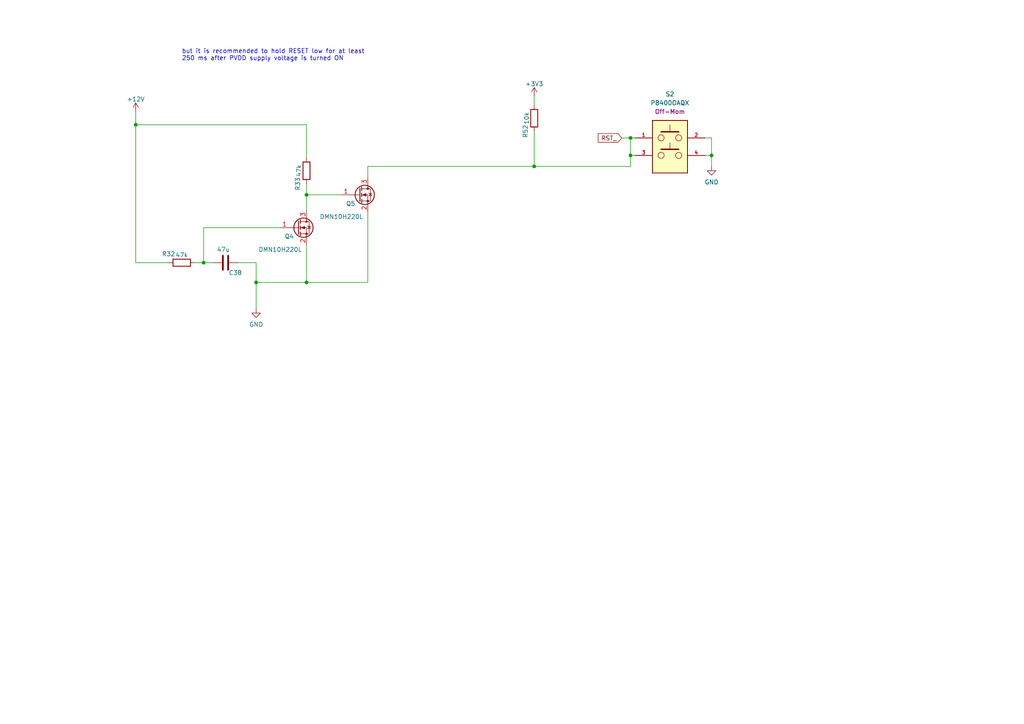
<source format=kicad_sch>
(kicad_sch (version 20231120) (generator "eeschema") (generator_version "8.0")
  (paper "A4")
  (lib_symbols
    (symbol "Device:C" (pin_numbers hide) (pin_names (offset 0.254))
      (property "Reference" "C" (at 0.635 2.54 0))
      (property "Value" "C" (at 0.635 -2.54 0))
      (symbol "C_0_1"
        (polyline (pts (xy -2.032 -0.762) (xy 2.032 -0.762)) (stroke (width 0.508)))
        (polyline (pts (xy -2.032 0.762) (xy 2.032 0.762)) (stroke (width 0.508)))
      )
      (symbol "C_1_1"
        (pin passive line (at 0 3.81 270) (length 2.794) (name "~") (number "1"))
        (pin passive line (at 0 -3.81 90) (length 2.794) (name "~") (number "2"))
      )
    )
    (symbol "Device:R" (pin_numbers hide) (pin_names (offset 0))
      (property "Reference" "R" (at 2.032 0 90))
      (property "Value" "R" (at 0 0 90))
      (symbol "R_0_1"
        (rectangle (start -1.016 -2.54) (end 1.016 2.54) (stroke (width 0.254)))
      )
      (symbol "R_1_1"
        (pin passive line (at 0 3.81 270) (length 1.27) (name "~") (number "1"))
        (pin passive line (at 0 -3.81 90) (length 1.27) (name "~") (number "2"))
      )
    )
    (symbol "Eli_v6Lib:PB400OAQX" (pin_names (offset 1.016))
      (property "Reference" "S" (at -5.0853 8.7721 0))
      (property "Value" "PB400OAQX" (at -5.0849 -10.1697 0))
      (property "Function" "Off-Mom" (at 0 -6.35 0))
      (symbol "PB400OAQX_0_0"
        (rectangle (start -5.08 -7.62) (end 5.08 7.62) (stroke (width 0.254)) (fill (type background)))
        (circle (center -2.5654 -2.5146) (radius 0.889) (stroke (width 0.1524)))
        (circle (center -2.5654 2.5654) (radius 0.889) (stroke (width 0.1524)))
        (polyline (pts (xy -2.54 -0.762) (xy 2.54 -0.762)) (stroke (width 0.4064)))
        (polyline (pts (xy -2.54 4.318) (xy 2.54 4.318)) (stroke (width 0.4064)))
        (polyline (pts (xy 0 1.143) (xy 0 -0.889)) (stroke (width 0.1524)))
        (polyline (pts (xy 0 6.35) (xy 0 4.191)) (stroke (width 0.1524)))
        (circle (center 2.54 -2.54) (radius 0.889) (stroke (width 0.1524)))
        (circle (center 2.54 2.54) (radius 0.889) (stroke (width 0.1524)))
        (pin passive line (at -10.16 2.54 0) (length 5.08) (name "~") (number "1"))
        (pin passive line (at 10.16 2.54 180) (length 5.08) (name "~") (number "2"))
        (pin passive line (at -10.16 -2.54 0) (length 5.08) (name "~") (number "3"))
        (pin passive line (at 10.16 -2.54 180) (length 5.08) (name "~") (number "4"))
      )
    )
    (symbol "Transistor_FET:DMN10H220L" (pin_names hide)
      (property "Reference" "Q" (at 5.08 1.905 0))
      (property "Value" "DMN10H220L" (at 5.08 0 0))
      (symbol "DMN10H220L_0_1"
        (polyline (pts (xy 0.254 0) (xy -2.54 0)))
        (polyline (pts (xy 0.254 1.905) (xy 0.254 -1.905)) (stroke (width 0.254)))
        (polyline (pts (xy 0.762 -1.27) (xy 0.762 -2.286)) (stroke (width 0.254)))
        (polyline (pts (xy 0.762 0.508) (xy 0.762 -0.508)) (stroke (width 0.254)))
        (polyline (pts (xy 0.762 2.286) (xy 0.762 1.27)) (stroke (width 0.254)))
        (polyline (pts (xy 2.54 2.54) (xy 2.54 1.778)))
        (polyline (pts (xy 2.54 -2.54) (xy 2.54 0) (xy 0.762 0)))
        (polyline (pts (xy 0.762 -1.778) (xy 3.302 -1.778) (xy 3.302 1.778) (xy 0.762 1.778)))
        (polyline (pts (xy 1.016 0) (xy 2.032 0.381) (xy 2.032 -0.381) (xy 1.016 0)) (fill (type outline)))
        (polyline (pts (xy 2.794 0.508) (xy 2.921 0.381) (xy 3.683 0.381) (xy 3.81 0.254)))
        (polyline (pts (xy 3.302 0.381) (xy 2.921 -0.254) (xy 3.683 -0.254) (xy 3.302 0.381)))
        (circle (center 1.651 0) (radius 2.794) (stroke (width 0.254)))
        (circle (center 2.54 -1.778) (radius 0.254) (fill (type outline)))
        (circle (center 2.54 1.778) (radius 0.254) (fill (type outline)))
      )
      (symbol "DMN10H220L_1_1"
        (pin input line (at -5.08 0 0) (length 2.54) (name "G") (number "1"))
        (pin passive line (at 2.54 -5.08 90) (length 2.54) (name "S") (number "2"))
        (pin passive line (at 2.54 5.08 270) (length 2.54) (name "D") (number "3"))
      )
    )
    (symbol "power:+12V" (power) (pin_names (offset 0))
      (property "Value" "+12V" (at 0 3.556 0))
      (symbol "+12V_0_1"
        (polyline (pts (xy -0.762 1.27) (xy 0 2.54)))
        (polyline (pts (xy 0 0) (xy 0 2.54)))
        (polyline (pts (xy 0 2.54) (xy 0.762 1.27)))
      )
      (symbol "+12V_1_1"
        (pin power_in line (at 0 0 90) (length 0) hide (name "+12V") (number "1"))
      )
    )
    (symbol "power:+3.3V" (power) (pin_names (offset 0))
      (property "Value" "+3.3V" (at 0 3.556 0))
      (symbol "+3.3V_0_1"
        (polyline (pts (xy -0.762 1.27) (xy 0 2.54)))
        (polyline (pts (xy 0 0) (xy 0 2.54)))
        (polyline (pts (xy 0 2.54) (xy 0.762 1.27)))
      )
      (symbol "+3.3V_1_1"
        (pin power_in line (at 0 0 90) (length 0) hide (name "+3V3") (number "1"))
      )
    )
    (symbol "power:GND" (power) (pin_names (offset 0))
      (property "Value" "GND" (at 0 -3.81 0))
      (symbol "GND_0_1"
        (polyline (pts (xy 0 0) (xy 0 -1.27) (xy 1.27 -1.27) (xy 0 -2.54) (xy -1.27 -1.27) (xy 0 -1.27)))
      )
      (symbol "GND_1_1"
        (pin power_in line (at 0 0 270) (length 0) hide (name "GND") (number "1"))
      )
    )
  )
  (junction (at 88.9 56.515))
  (junction (at 59.055 76.2))
  (junction (at 74.295 81.915))
  (junction (at 154.94 48.26))
  (junction (at 206.375 45.085))
  (junction (at 182.88 40.005))
  (junction (at 39.37 36.195))
  (junction (at 88.9 81.915))
  (junction (at 182.88 45.085))
  (wire (pts (xy 182.88 40.005) (xy 182.88 45.085)))
  (wire (pts (xy 106.68 51.435) (xy 106.68 48.26)))
  (wire (pts (xy 56.515 76.2) (xy 59.055 76.2)))
  (wire (pts (xy 206.375 45.085) (xy 206.375 48.26)))
  (wire (pts (xy 88.9 81.915) (xy 74.295 81.915)))
  (wire (pts (xy 154.94 48.26) (xy 182.88 48.26)))
  (wire (pts (xy 206.375 40.005) (xy 206.375 45.085)))
  (wire (pts (xy 81.28 66.04) (xy 59.055 66.04)))
  (wire (pts (xy 88.9 53.34) (xy 88.9 56.515)))
  (wire (pts (xy 39.37 36.195) (xy 88.9 36.195)))
  (wire (pts (xy 88.9 56.515) (xy 99.06 56.515)))
  (wire (pts (xy 154.94 27.94) (xy 154.94 30.48)))
  (wire (pts (xy 59.055 66.04) (xy 59.055 76.2)))
  (wire (pts (xy 154.94 38.1) (xy 154.94 48.26)))
  (wire (pts (xy 74.295 81.915) (xy 74.295 89.535)))
  (wire (pts (xy 184.15 45.085) (xy 182.88 45.085)))
  (wire (pts (xy 88.9 71.12) (xy 88.9 81.915)))
  (wire (pts (xy 74.295 76.2) (xy 74.295 81.915)))
  (wire (pts (xy 39.37 32.385) (xy 39.37 36.195)))
  (wire (pts (xy 39.37 36.195) (xy 39.37 76.2)))
  (wire (pts (xy 59.055 76.2) (xy 61.595 76.2)))
  (wire (pts (xy 204.47 40.005) (xy 206.375 40.005)))
  (wire (pts (xy 106.68 81.915) (xy 88.9 81.915)))
  (wire (pts (xy 106.68 48.26) (xy 154.94 48.26)))
  (wire (pts (xy 88.9 45.72) (xy 88.9 36.195)))
  (wire (pts (xy 106.68 61.595) (xy 106.68 81.915)))
  (wire (pts (xy 182.88 40.005) (xy 184.15 40.005)))
  (wire (pts (xy 69.215 76.2) (xy 74.295 76.2)))
  (wire (pts (xy 88.9 56.515) (xy 88.9 60.96)))
  (wire (pts (xy 180.34 40.005) (xy 182.88 40.005)))
  (wire (pts (xy 39.37 76.2) (xy 48.895 76.2)))
  (wire (pts (xy 182.88 48.26) (xy 182.88 45.085)))
  (wire (pts (xy 204.47 45.085) (xy 206.375 45.085)))
  (text "but it is recommended to hold RESET low for at least\n250 ms after PVDD supply voltage is turned ON" (at 52.705 17.78 0) (effects (font (size 1.27 1.27)) (justify left bottom)))
  (global_label "RST_" (shape input) (at 180.34 40.005 180) (property "Intersheetrefs" "${INTERSHEET_REFS}" (effects (hide yes))))
  (symbol (lib_id "Device:R") (at 88.9 49.53 180) (unit 1)
    (property "Reference" "R33" (at 86.36 53.34 90))
    (property "Value" "47k" (at 86.6926 49.53 90))
    (property "Footprint" "Resistor_SMD:R_0805_2012Metric" (effects (hide yes)))
  )
  (symbol (lib_id "Device:R") (at 52.705 76.2 90) (unit 1)
    (property "Reference" "R32" (at 48.895 73.66 90))
    (property "Value" "47k" (at 52.705 73.9926 90))
    (property "Footprint" "Resistor_SMD:R_0805_2012Metric" (effects (hide yes)))
  )
  (symbol (lib_id "Eli_v6Lib:PB400OAQX") (at 194.31 42.545 0) (unit 1)
    (property "Reference" "S2" (at 194.31 27.305 0))
    (property "Value" "PB400OAQX" (at 194.31 29.845 0))
    (property "Footprint" "Eli_Lib:SW_PB400EEQX" (effects (hide yes)))
    (property "PARTREV" "NA" (effects (hide yes)))
    (property "STANDARD" "Manufacturer Recommednation" (effects (hide yes)))
    (property "MANUFACTURER" "E-Switch" (effects (hide yes)))
    (property "Function" "Off-Mom" (at 194.31 32.385 0))
  )
  (symbol (lib_id "power:GND") (at 74.295 89.535 0) (unit 1)
    (property "Reference" "#PWR0161" (effects (hide yes)))
    (property "Value" "GND" (at 74.295 94.0975 0))
  )
  (symbol (lib_id "Transistor_FET:DMN10H220L") (at 104.14 56.515 0) (unit 1)
    (property "Reference" "Q5" (at 100.33 59.055 0) (effects (justify left)))
    (property "Value" "DMN10H220L" (at 92.71 62.865 0) (effects (justify left)))
    (property "Footprint" "Package_TO_SOT_SMD:SOT-23" (effects (hide yes)))
    (property "Datasheet" "http://www.diodes.com/assets/Datasheets/DMN10H220L.pdf" (effects (hide yes)))
  )
  (symbol (lib_id "power:+12V") (at 39.37 32.385 0) (unit 1)
    (property "Reference" "#PWR0162" (effects (hide yes)))
    (property "Value" "+12V" (at 39.37 28.7805 0))
  )
  (symbol (lib_id "Device:R") (at 154.94 34.29 180) (unit 1)
    (property "Reference" "R52" (at 152.4 38.1 90))
    (property "Value" "10k" (at 152.7326 34.29 90))
    (property "Footprint" "Resistor_SMD:R_0805_2012Metric" (effects (hide yes)))
  )
  (symbol (lib_id "power:GND") (at 206.375 48.26 0) (unit 1)
    (property "Reference" "#PWR0160" (effects (hide yes)))
    (property "Value" "GND" (at 206.375 52.8225 0))
  )
  (symbol (lib_id "Transistor_FET:DMN10H220L") (at 86.36 66.04 0) (unit 1)
    (property "Reference" "Q4" (at 82.55 68.58 0) (effects (justify left)))
    (property "Value" "DMN10H220L" (at 74.93 72.39 0) (effects (justify left)))
    (property "Footprint" "Package_TO_SOT_SMD:SOT-23" (effects (hide yes)))
    (property "Datasheet" "http://www.diodes.com/assets/Datasheets/DMN10H220L.pdf" (effects (hide yes)))
  )
  (symbol (lib_id "power:+3.3V") (at 154.94 27.94 0) (unit 1)
    (property "Reference" "#PWR05" (effects (hide yes)))
    (property "Value" "+3V3" (at 154.94 24.3355 0))
  )
  (symbol (lib_id "Device:C") (at 65.405 76.2 270) (unit 1)
    (property "Reference" "C38" (at 66.3135 79.121 90) (effects (justify left)))
    (property "Value" "47u" (at 62.865 72.39 90) (effects (justify left)))
    (property "Footprint" "Capacitor_SMD:C_1206_3216Metric_Pad1.33x1.80mm_HandSolder" (effects (hide yes)))
  )
)
</source>
